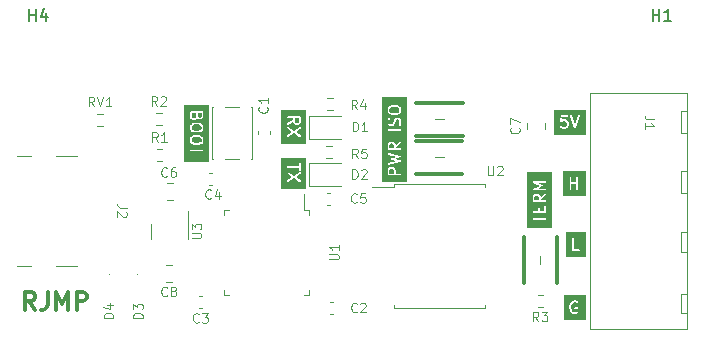
<source format=gbr>
%TF.GenerationSoftware,KiCad,Pcbnew,7.0.0-da2b9df05c~171~ubuntu22.04.1*%
%TF.CreationDate,2023-03-05T16:33:25-08:00*%
%TF.ProjectId,UsbCanAdapter,55736243-616e-4416-9461-707465722e6b,rev?*%
%TF.SameCoordinates,Original*%
%TF.FileFunction,Legend,Top*%
%TF.FilePolarity,Positive*%
%FSLAX46Y46*%
G04 Gerber Fmt 4.6, Leading zero omitted, Abs format (unit mm)*
G04 Created by KiCad (PCBNEW 7.0.0-da2b9df05c~171~ubuntu22.04.1) date 2023-03-05 16:33:25*
%MOMM*%
%LPD*%
G01*
G04 APERTURE LIST*
%ADD10C,0.300000*%
%ADD11C,0.150000*%
%ADD12C,0.100000*%
%ADD13C,0.120000*%
G04 APERTURE END LIST*
D10*
X162364285Y-84113571D02*
X161864285Y-83399285D01*
X161507142Y-84113571D02*
X161507142Y-82613571D01*
X161507142Y-82613571D02*
X162078571Y-82613571D01*
X162078571Y-82613571D02*
X162221428Y-82685000D01*
X162221428Y-82685000D02*
X162292857Y-82756428D01*
X162292857Y-82756428D02*
X162364285Y-82899285D01*
X162364285Y-82899285D02*
X162364285Y-83113571D01*
X162364285Y-83113571D02*
X162292857Y-83256428D01*
X162292857Y-83256428D02*
X162221428Y-83327857D01*
X162221428Y-83327857D02*
X162078571Y-83399285D01*
X162078571Y-83399285D02*
X161507142Y-83399285D01*
X163435714Y-82613571D02*
X163435714Y-83685000D01*
X163435714Y-83685000D02*
X163364285Y-83899285D01*
X163364285Y-83899285D02*
X163221428Y-84042142D01*
X163221428Y-84042142D02*
X163007142Y-84113571D01*
X163007142Y-84113571D02*
X162864285Y-84113571D01*
X164149999Y-84113571D02*
X164149999Y-82613571D01*
X164149999Y-82613571D02*
X164649999Y-83685000D01*
X164649999Y-83685000D02*
X165149999Y-82613571D01*
X165149999Y-82613571D02*
X165149999Y-84113571D01*
X165864285Y-84113571D02*
X165864285Y-82613571D01*
X165864285Y-82613571D02*
X166435714Y-82613571D01*
X166435714Y-82613571D02*
X166578571Y-82685000D01*
X166578571Y-82685000D02*
X166650000Y-82756428D01*
X166650000Y-82756428D02*
X166721428Y-82899285D01*
X166721428Y-82899285D02*
X166721428Y-83113571D01*
X166721428Y-83113571D02*
X166650000Y-83256428D01*
X166650000Y-83256428D02*
X166578571Y-83327857D01*
X166578571Y-83327857D02*
X166435714Y-83399285D01*
X166435714Y-83399285D02*
X165864285Y-83399285D01*
D11*
G36*
X176346418Y-69533436D02*
G01*
X176418360Y-69605378D01*
X176452619Y-69673894D01*
X176452619Y-69828960D01*
X176418360Y-69897478D01*
X176346418Y-69969419D01*
X176185051Y-70009761D01*
X175870186Y-70009761D01*
X175708819Y-69969419D01*
X175636876Y-69897476D01*
X175602619Y-69828961D01*
X175602619Y-69673896D01*
X175636878Y-69605378D01*
X175708819Y-69533436D01*
X175870186Y-69493095D01*
X176185050Y-69493095D01*
X176346418Y-69533436D01*
G37*
G36*
X176346418Y-68485817D02*
G01*
X176418360Y-68557759D01*
X176452619Y-68626275D01*
X176452619Y-68781341D01*
X176418360Y-68849859D01*
X176346418Y-68921800D01*
X176185051Y-68962142D01*
X175870186Y-68962142D01*
X175708819Y-68921800D01*
X175636876Y-68849857D01*
X175602619Y-68781342D01*
X175602619Y-68626277D01*
X175636878Y-68557759D01*
X175708819Y-68485817D01*
X175870186Y-68445476D01*
X176185050Y-68445476D01*
X176346418Y-68485817D01*
G37*
G36*
X175976428Y-67739258D02*
G01*
X175938256Y-67853771D01*
X175911762Y-67880265D01*
X175843247Y-67914523D01*
X175735801Y-67914523D01*
X175667283Y-67880264D01*
X175636876Y-67849857D01*
X175602619Y-67781342D01*
X175602619Y-67493095D01*
X175976428Y-67493095D01*
X175976428Y-67739258D01*
G37*
G36*
X176452619Y-67733722D02*
G01*
X176418360Y-67802239D01*
X176387951Y-67832647D01*
X176319437Y-67866904D01*
X176259610Y-67866904D01*
X176191092Y-67832645D01*
X176160685Y-67802238D01*
X176127070Y-67735007D01*
X176127174Y-67732131D01*
X176126428Y-67730872D01*
X176126428Y-67493095D01*
X176452619Y-67493095D01*
X176452619Y-67733722D01*
G37*
G36*
X177052857Y-71580000D02*
G01*
X174942143Y-71580000D01*
X174942143Y-70667314D01*
X175450249Y-70667314D01*
X175468545Y-70707378D01*
X175505597Y-70731190D01*
X176452619Y-70731190D01*
X176452619Y-70952686D01*
X176461862Y-70984164D01*
X176495148Y-71013006D01*
X176538743Y-71019274D01*
X176578807Y-71000978D01*
X176602619Y-70963926D01*
X176602619Y-70661550D01*
X176604989Y-70645066D01*
X176602619Y-70639876D01*
X176602619Y-70359694D01*
X176593376Y-70328216D01*
X176560090Y-70299374D01*
X176516495Y-70293106D01*
X176476431Y-70311402D01*
X176452619Y-70348454D01*
X176452619Y-70581190D01*
X175516837Y-70581190D01*
X175485359Y-70590433D01*
X175456517Y-70623719D01*
X175450249Y-70667314D01*
X174942143Y-70667314D01*
X174942143Y-69664581D01*
X175449905Y-69664581D01*
X175452619Y-69671125D01*
X175452619Y-69842626D01*
X175450688Y-69860510D01*
X175457544Y-69874223D01*
X175461862Y-69888926D01*
X175467215Y-69893564D01*
X175503950Y-69967033D01*
X175506633Y-69979365D01*
X175521260Y-69993992D01*
X175535322Y-70009110D01*
X175536740Y-70009472D01*
X175616622Y-70089354D01*
X175630921Y-70104562D01*
X175642967Y-70107573D01*
X175653861Y-70113522D01*
X175663890Y-70112804D01*
X175830788Y-70154528D01*
X175838930Y-70159761D01*
X175851718Y-70159761D01*
X175853222Y-70160137D01*
X175862468Y-70159761D01*
X176181942Y-70159761D01*
X176191111Y-70162863D01*
X176203519Y-70159761D01*
X176205067Y-70159761D01*
X176213936Y-70157156D01*
X176401842Y-70110180D01*
X176422222Y-70105747D01*
X176431002Y-70096966D01*
X176441707Y-70090686D01*
X176446251Y-70081717D01*
X176526383Y-70001586D01*
X176537234Y-69995142D01*
X176546484Y-69976640D01*
X176556380Y-69958519D01*
X176556275Y-69957058D01*
X176592897Y-69883814D01*
X176602619Y-69868688D01*
X176602619Y-69853358D01*
X176605333Y-69838275D01*
X176602619Y-69831731D01*
X176602619Y-69660221D01*
X176604549Y-69642346D01*
X176597694Y-69628636D01*
X176593376Y-69613930D01*
X176588021Y-69609290D01*
X176551287Y-69535821D01*
X176548605Y-69523491D01*
X176533987Y-69508873D01*
X176519916Y-69493746D01*
X176518496Y-69493383D01*
X176438604Y-69413491D01*
X176424315Y-69398294D01*
X176412269Y-69395282D01*
X176401375Y-69389334D01*
X176391345Y-69390051D01*
X176224448Y-69348327D01*
X176216307Y-69343095D01*
X176203519Y-69343095D01*
X176202015Y-69342719D01*
X176192769Y-69343095D01*
X175873295Y-69343095D01*
X175864126Y-69339993D01*
X175851718Y-69343095D01*
X175850170Y-69343095D01*
X175841300Y-69345699D01*
X175653397Y-69392675D01*
X175633015Y-69397109D01*
X175624235Y-69405888D01*
X175613529Y-69412170D01*
X175608983Y-69421140D01*
X175528853Y-69501270D01*
X175518004Y-69507714D01*
X175508753Y-69526214D01*
X175498858Y-69544337D01*
X175498962Y-69545797D01*
X175462342Y-69619038D01*
X175452619Y-69634168D01*
X175452619Y-69649498D01*
X175449905Y-69664581D01*
X174942143Y-69664581D01*
X174942143Y-68616962D01*
X175449905Y-68616962D01*
X175452619Y-68623506D01*
X175452619Y-68795007D01*
X175450688Y-68812891D01*
X175457544Y-68826604D01*
X175461862Y-68841307D01*
X175467215Y-68845945D01*
X175503950Y-68919414D01*
X175506633Y-68931746D01*
X175521260Y-68946373D01*
X175535322Y-68961491D01*
X175536740Y-68961853D01*
X175616622Y-69041735D01*
X175630921Y-69056943D01*
X175642967Y-69059954D01*
X175653861Y-69065903D01*
X175663890Y-69065185D01*
X175830788Y-69106909D01*
X175838930Y-69112142D01*
X175851718Y-69112142D01*
X175853222Y-69112518D01*
X175862468Y-69112142D01*
X176181942Y-69112142D01*
X176191111Y-69115244D01*
X176203519Y-69112142D01*
X176205067Y-69112142D01*
X176213936Y-69109537D01*
X176401842Y-69062561D01*
X176422222Y-69058128D01*
X176431002Y-69049347D01*
X176441707Y-69043067D01*
X176446251Y-69034098D01*
X176526383Y-68953967D01*
X176537234Y-68947523D01*
X176546484Y-68929021D01*
X176556380Y-68910900D01*
X176556275Y-68909439D01*
X176592897Y-68836195D01*
X176602619Y-68821069D01*
X176602619Y-68805739D01*
X176605333Y-68790656D01*
X176602619Y-68784112D01*
X176602619Y-68612602D01*
X176604549Y-68594727D01*
X176597694Y-68581017D01*
X176593376Y-68566311D01*
X176588021Y-68561671D01*
X176551287Y-68488202D01*
X176548605Y-68475872D01*
X176533987Y-68461254D01*
X176519916Y-68446127D01*
X176518496Y-68445764D01*
X176438604Y-68365872D01*
X176424315Y-68350675D01*
X176412269Y-68347663D01*
X176401375Y-68341715D01*
X176391345Y-68342432D01*
X176224448Y-68300708D01*
X176216307Y-68295476D01*
X176203519Y-68295476D01*
X176202015Y-68295100D01*
X176192769Y-68295476D01*
X175873295Y-68295476D01*
X175864126Y-68292374D01*
X175851718Y-68295476D01*
X175850170Y-68295476D01*
X175841300Y-68298080D01*
X175653397Y-68345056D01*
X175633015Y-68349490D01*
X175624235Y-68358269D01*
X175613529Y-68364551D01*
X175608983Y-68373521D01*
X175528853Y-68453651D01*
X175518004Y-68460095D01*
X175508753Y-68478595D01*
X175498858Y-68496718D01*
X175498962Y-68498178D01*
X175462342Y-68571419D01*
X175452619Y-68586549D01*
X175452619Y-68601879D01*
X175449905Y-68616962D01*
X174942143Y-68616962D01*
X174942143Y-67429219D01*
X175450249Y-67429219D01*
X175452619Y-67434409D01*
X175452619Y-67795007D01*
X175450688Y-67812891D01*
X175457544Y-67826604D01*
X175461862Y-67841307D01*
X175467215Y-67845945D01*
X175503950Y-67919414D01*
X175506633Y-67931746D01*
X175521260Y-67946373D01*
X175535322Y-67961491D01*
X175536740Y-67961853D01*
X175563175Y-67988288D01*
X175569619Y-67999138D01*
X175588128Y-68008392D01*
X175606242Y-68018283D01*
X175607700Y-68018178D01*
X175680946Y-68054801D01*
X175696073Y-68064523D01*
X175711403Y-68064523D01*
X175726486Y-68067237D01*
X175733030Y-68064523D01*
X175856912Y-68064523D01*
X175874796Y-68066454D01*
X175888509Y-68059597D01*
X175903212Y-68055280D01*
X175907850Y-68049926D01*
X175981319Y-68013191D01*
X175993651Y-68010509D01*
X176008278Y-67995881D01*
X176023396Y-67981820D01*
X176023758Y-67980401D01*
X176053987Y-67950172D01*
X176067996Y-67938894D01*
X176072299Y-67925984D01*
X176086984Y-67940669D01*
X176093428Y-67951519D01*
X176111937Y-67960773D01*
X176130051Y-67970664D01*
X176131509Y-67970559D01*
X176204755Y-68007182D01*
X176219882Y-68016904D01*
X176235212Y-68016904D01*
X176250295Y-68019618D01*
X176256839Y-68016904D01*
X176333102Y-68016904D01*
X176350986Y-68018835D01*
X176364699Y-68011978D01*
X176379402Y-68007661D01*
X176384040Y-68002307D01*
X176457509Y-67965572D01*
X176469840Y-67962890D01*
X176484460Y-67948270D01*
X176499586Y-67934201D01*
X176499948Y-67932782D01*
X176526383Y-67906348D01*
X176537234Y-67899904D01*
X176546489Y-67881392D01*
X176556379Y-67863282D01*
X176556274Y-67861822D01*
X176592897Y-67788576D01*
X176602619Y-67773450D01*
X176602619Y-67758120D01*
X176605333Y-67743037D01*
X176602619Y-67736493D01*
X176602619Y-67423455D01*
X176604989Y-67406971D01*
X176598069Y-67391818D01*
X176593376Y-67375835D01*
X176589063Y-67372098D01*
X176586693Y-67366907D01*
X176572676Y-67357899D01*
X176560090Y-67346993D01*
X176554443Y-67346181D01*
X176549641Y-67343095D01*
X176532979Y-67343095D01*
X176516495Y-67340725D01*
X176511305Y-67343095D01*
X176056788Y-67343095D01*
X176040304Y-67340725D01*
X176035114Y-67343095D01*
X175532979Y-67343095D01*
X175516495Y-67340725D01*
X175501342Y-67347644D01*
X175485359Y-67352338D01*
X175481622Y-67356650D01*
X175476431Y-67359021D01*
X175467423Y-67373037D01*
X175456517Y-67385624D01*
X175455705Y-67391270D01*
X175452619Y-67396073D01*
X175452619Y-67412735D01*
X175450249Y-67429219D01*
X174942143Y-67429219D01*
X174942143Y-66812143D01*
X177052857Y-66812143D01*
X177052857Y-71580000D01*
G37*
G36*
X185292857Y-73897143D02*
G01*
X183182143Y-73897143D01*
X183182143Y-72554585D01*
X183690072Y-72554585D01*
X183707693Y-72594950D01*
X184132410Y-72878095D01*
X183717045Y-73155005D01*
X183695981Y-73180156D01*
X183690447Y-73223851D01*
X183709414Y-73263601D01*
X183746860Y-73286787D01*
X183790898Y-73286047D01*
X184267618Y-72968233D01*
X184734988Y-73279813D01*
X184766306Y-73289583D01*
X184808768Y-73277886D01*
X184838165Y-73245089D01*
X184845165Y-73201605D01*
X184827545Y-73161240D01*
X184402827Y-72878094D01*
X184818193Y-72601185D01*
X184839257Y-72576034D01*
X184844791Y-72532339D01*
X184825824Y-72492589D01*
X184788378Y-72469403D01*
X184744340Y-72470143D01*
X184267619Y-72787956D01*
X183800250Y-72476377D01*
X183768932Y-72466607D01*
X183726470Y-72478304D01*
X183697073Y-72511101D01*
X183690072Y-72554585D01*
X183182143Y-72554585D01*
X183182143Y-72032076D01*
X183690249Y-72032076D01*
X183708545Y-72072140D01*
X183745597Y-72095952D01*
X184692619Y-72095952D01*
X184692619Y-72317448D01*
X184701862Y-72348926D01*
X184735148Y-72377768D01*
X184778743Y-72384036D01*
X184818807Y-72365740D01*
X184842619Y-72328688D01*
X184842619Y-72026312D01*
X184844989Y-72009828D01*
X184842619Y-72004638D01*
X184842619Y-71724456D01*
X184833376Y-71692978D01*
X184800090Y-71664136D01*
X184756495Y-71657868D01*
X184716431Y-71676164D01*
X184692619Y-71713216D01*
X184692619Y-71945952D01*
X183756837Y-71945952D01*
X183725359Y-71955195D01*
X183696517Y-71988481D01*
X183690249Y-72032076D01*
X183182143Y-72032076D01*
X183182143Y-71272143D01*
X185292857Y-71272143D01*
X185292857Y-73897143D01*
G37*
G36*
X184692619Y-68191341D02*
G01*
X184658360Y-68259858D01*
X184627951Y-68290266D01*
X184559437Y-68324523D01*
X184451991Y-68324523D01*
X184383473Y-68290264D01*
X184353066Y-68259857D01*
X184318809Y-68191342D01*
X184318809Y-68070062D01*
X184320679Y-68052017D01*
X184318809Y-68048317D01*
X184318809Y-67903095D01*
X184692619Y-67903095D01*
X184692619Y-68191341D01*
G37*
G36*
X185292857Y-70085238D02*
G01*
X183182143Y-70085238D01*
X183182143Y-68742680D01*
X183690072Y-68742680D01*
X183707693Y-68783045D01*
X184132410Y-69066190D01*
X183717045Y-69343100D01*
X183695981Y-69368251D01*
X183690447Y-69411946D01*
X183709414Y-69451696D01*
X183746860Y-69474882D01*
X183790898Y-69474142D01*
X184267618Y-69156328D01*
X184734988Y-69467908D01*
X184766306Y-69477678D01*
X184808768Y-69465981D01*
X184838165Y-69433184D01*
X184845165Y-69389700D01*
X184827545Y-69349335D01*
X184402827Y-69066189D01*
X184818193Y-68789280D01*
X184839257Y-68764129D01*
X184844791Y-68720434D01*
X184825824Y-68680684D01*
X184788378Y-68657498D01*
X184744340Y-68658238D01*
X184267619Y-68976051D01*
X183800250Y-68664472D01*
X183768932Y-68654702D01*
X183726470Y-68666399D01*
X183697073Y-68699196D01*
X183690072Y-68742680D01*
X183182143Y-68742680D01*
X183182143Y-67839219D01*
X183690249Y-67839219D01*
X183708545Y-67879283D01*
X183745597Y-67903095D01*
X184168809Y-67903095D01*
X184168809Y-68027141D01*
X183715776Y-68344264D01*
X183695289Y-68369887D01*
X183690749Y-68413696D01*
X183710614Y-68453005D01*
X183748578Y-68475335D01*
X183792588Y-68473594D01*
X184168197Y-68210666D01*
X184166878Y-68222891D01*
X184173734Y-68236604D01*
X184178052Y-68251307D01*
X184183405Y-68255945D01*
X184220140Y-68329414D01*
X184222823Y-68341746D01*
X184237450Y-68356373D01*
X184251512Y-68371491D01*
X184252930Y-68371853D01*
X184279365Y-68398288D01*
X184285809Y-68409138D01*
X184304318Y-68418392D01*
X184322432Y-68428283D01*
X184323890Y-68428178D01*
X184397136Y-68464801D01*
X184412263Y-68474523D01*
X184427593Y-68474523D01*
X184442676Y-68477237D01*
X184449220Y-68474523D01*
X184573102Y-68474523D01*
X184590986Y-68476454D01*
X184604699Y-68469597D01*
X184619402Y-68465280D01*
X184624040Y-68459926D01*
X184697509Y-68423191D01*
X184709840Y-68420509D01*
X184724460Y-68405889D01*
X184739586Y-68391820D01*
X184739948Y-68390401D01*
X184766383Y-68363967D01*
X184777234Y-68357523D01*
X184786489Y-68339011D01*
X184796379Y-68320901D01*
X184796274Y-68319441D01*
X184832897Y-68246195D01*
X184842619Y-68231069D01*
X184842619Y-68215739D01*
X184845333Y-68200656D01*
X184842619Y-68194112D01*
X184842619Y-67833455D01*
X184844989Y-67816971D01*
X184838069Y-67801818D01*
X184833376Y-67785835D01*
X184829063Y-67782098D01*
X184826693Y-67776907D01*
X184812676Y-67767899D01*
X184800090Y-67756993D01*
X184794443Y-67756181D01*
X184789641Y-67753095D01*
X184772979Y-67753095D01*
X184756495Y-67750725D01*
X184751305Y-67753095D01*
X184249169Y-67753095D01*
X184232685Y-67750725D01*
X184227495Y-67753095D01*
X183756837Y-67753095D01*
X183725359Y-67762338D01*
X183696517Y-67795624D01*
X183690249Y-67839219D01*
X183182143Y-67839219D01*
X183182143Y-67222143D01*
X185292857Y-67222143D01*
X185292857Y-70085238D01*
G37*
G36*
X209032381Y-69297857D02*
G01*
X206312143Y-69297857D01*
X206312143Y-68611566D01*
X206792509Y-68611566D01*
X206801871Y-68654603D01*
X206858413Y-68711145D01*
X206864857Y-68721995D01*
X206883366Y-68731249D01*
X206901480Y-68741140D01*
X206902938Y-68741035D01*
X206976184Y-68777658D01*
X206991311Y-68787380D01*
X207006641Y-68787380D01*
X207021724Y-68790094D01*
X207028268Y-68787380D01*
X207247388Y-68787380D01*
X207265272Y-68789311D01*
X207278985Y-68782454D01*
X207293688Y-68778137D01*
X207298326Y-68772783D01*
X207371795Y-68736048D01*
X207384127Y-68733366D01*
X207398754Y-68718738D01*
X207413872Y-68704677D01*
X207414234Y-68703258D01*
X207440669Y-68676823D01*
X207451519Y-68670380D01*
X207460773Y-68651870D01*
X207470664Y-68633757D01*
X207470559Y-68632298D01*
X207507182Y-68559052D01*
X207516904Y-68543926D01*
X207516904Y-68528596D01*
X207519618Y-68513513D01*
X207516904Y-68506969D01*
X207516904Y-68287840D01*
X207518834Y-68269965D01*
X207511979Y-68256255D01*
X207507661Y-68241549D01*
X207502306Y-68236909D01*
X207465572Y-68163440D01*
X207462890Y-68151110D01*
X207448270Y-68136490D01*
X207434201Y-68121365D01*
X207432782Y-68121002D01*
X207406347Y-68094567D01*
X207399904Y-68083718D01*
X207381403Y-68074467D01*
X207363281Y-68064572D01*
X207361820Y-68064676D01*
X207288579Y-68028056D01*
X207273450Y-68018333D01*
X207258120Y-68018333D01*
X207243037Y-68015619D01*
X207236493Y-68018333D01*
X207017364Y-68018333D01*
X206999489Y-68016403D01*
X206985779Y-68023257D01*
X206971073Y-68027576D01*
X206966433Y-68032930D01*
X206961150Y-68035572D01*
X206985969Y-67787380D01*
X207405067Y-67787380D01*
X207436545Y-67778137D01*
X207465387Y-67744851D01*
X207469649Y-67715205D01*
X207649504Y-67715205D01*
X207985511Y-68723229D01*
X207985206Y-68731677D01*
X207992338Y-68743710D01*
X207993210Y-68746325D01*
X207997818Y-68752956D01*
X208007663Y-68769565D01*
X208010269Y-68770871D01*
X208011933Y-68773265D01*
X208029775Y-68780645D01*
X208047039Y-68789297D01*
X208049938Y-68788986D01*
X208052632Y-68790101D01*
X208071619Y-68786666D01*
X208090832Y-68784610D01*
X208093105Y-68782779D01*
X208095972Y-68782261D01*
X208110090Y-68769104D01*
X208125139Y-68756989D01*
X208126061Y-68754222D01*
X208128194Y-68752235D01*
X208132960Y-68733524D01*
X208468846Y-67725869D01*
X208470031Y-67693083D01*
X208447574Y-67655195D01*
X208408198Y-67635463D01*
X208364404Y-67640151D01*
X208330098Y-67667771D01*
X208060952Y-68475208D01*
X207795361Y-67678434D01*
X207776638Y-67651494D01*
X207735939Y-67634658D01*
X207692599Y-67642498D01*
X207660377Y-67672525D01*
X207649504Y-67715205D01*
X207469649Y-67715205D01*
X207471655Y-67701256D01*
X207453359Y-67661192D01*
X207416307Y-67637380D01*
X206927230Y-67637380D01*
X206914725Y-67634287D01*
X206895413Y-67640873D01*
X206875835Y-67646623D01*
X206874691Y-67647942D01*
X206873039Y-67648506D01*
X206860347Y-67664497D01*
X206846993Y-67679909D01*
X206846744Y-67681635D01*
X206845658Y-67683005D01*
X206843625Y-67703331D01*
X206840725Y-67723504D01*
X206841449Y-67725090D01*
X206797361Y-68165976D01*
X206794096Y-68171956D01*
X206795208Y-68187503D01*
X206794775Y-68191837D01*
X206795974Y-68198213D01*
X206797239Y-68215887D01*
X206799990Y-68219562D01*
X206800840Y-68224078D01*
X206813013Y-68236959D01*
X206823633Y-68251146D01*
X206827936Y-68252751D01*
X206831091Y-68256089D01*
X206848292Y-68260343D01*
X206864900Y-68266538D01*
X206869388Y-68265561D01*
X206873846Y-68266664D01*
X206890615Y-68260944D01*
X206907937Y-68257176D01*
X206911185Y-68253927D01*
X206915532Y-68252445D01*
X206926549Y-68238563D01*
X206962521Y-68202591D01*
X207031037Y-68168333D01*
X207233722Y-68168333D01*
X207302240Y-68202592D01*
X207332645Y-68232997D01*
X207366904Y-68301513D01*
X207366904Y-68504198D01*
X207332645Y-68572715D01*
X207302238Y-68603122D01*
X207233723Y-68637380D01*
X207031039Y-68637380D01*
X206962521Y-68603121D01*
X206915885Y-68556485D01*
X206887091Y-68540762D01*
X206843160Y-68543905D01*
X206807901Y-68570299D01*
X206792509Y-68611566D01*
X206312143Y-68611566D01*
X206312143Y-67187143D01*
X209032381Y-67187143D01*
X209032381Y-69297857D01*
G37*
G36*
X209012857Y-85007857D02*
G01*
X207102143Y-85007857D01*
X207102143Y-83990635D01*
X207582374Y-83990635D01*
X207585476Y-84003043D01*
X207585476Y-84004591D01*
X207588080Y-84013460D01*
X207632094Y-84189515D01*
X207631164Y-84198129D01*
X207637330Y-84210462D01*
X207637949Y-84212935D01*
X207642131Y-84220062D01*
X207684426Y-84304652D01*
X207687109Y-84316984D01*
X207701736Y-84331611D01*
X207715798Y-84346729D01*
X207717216Y-84347091D01*
X207795064Y-84424939D01*
X207806343Y-84438948D01*
X207820884Y-84443795D01*
X207834337Y-84451141D01*
X207841404Y-84450635D01*
X207961172Y-84490558D01*
X207971787Y-84497380D01*
X207992466Y-84497380D01*
X208013106Y-84498126D01*
X208014365Y-84497380D01*
X208079645Y-84497380D01*
X208091872Y-84500495D01*
X208111484Y-84493957D01*
X208131307Y-84488137D01*
X208132265Y-84487030D01*
X208251791Y-84447188D01*
X208269365Y-84443366D01*
X208280205Y-84432525D01*
X208292789Y-84423780D01*
X208295496Y-84417234D01*
X208322988Y-84389742D01*
X208330711Y-84386216D01*
X208338257Y-84374473D01*
X208340180Y-84372551D01*
X208344061Y-84365442D01*
X208354523Y-84349164D01*
X208354523Y-84346283D01*
X208355902Y-84343757D01*
X208354523Y-84324476D01*
X208354523Y-83999169D01*
X208356893Y-83982685D01*
X208349973Y-83967532D01*
X208345280Y-83951549D01*
X208340967Y-83947812D01*
X208338597Y-83942621D01*
X208324580Y-83933613D01*
X208311994Y-83922707D01*
X208306347Y-83921895D01*
X208301545Y-83918809D01*
X208284883Y-83918809D01*
X208268399Y-83916439D01*
X208263209Y-83918809D01*
X208078265Y-83918809D01*
X208046787Y-83928052D01*
X208017945Y-83961338D01*
X208011677Y-84004933D01*
X208029973Y-84044997D01*
X208067025Y-84068809D01*
X208204523Y-84068809D01*
X208204523Y-84296076D01*
X208191390Y-84309208D01*
X208076875Y-84347380D01*
X208005979Y-84347380D01*
X207891465Y-84309208D01*
X207817352Y-84235095D01*
X207778859Y-84158109D01*
X207735476Y-83984575D01*
X207735476Y-83860187D01*
X207778859Y-83686653D01*
X207817354Y-83609664D01*
X207891466Y-83535551D01*
X208005979Y-83497380D01*
X208118960Y-83497380D01*
X208208006Y-83541904D01*
X208240295Y-83547714D01*
X208280978Y-83530841D01*
X208306081Y-83494652D01*
X208307634Y-83450635D01*
X208285143Y-83412767D01*
X208173815Y-83357101D01*
X208158688Y-83347380D01*
X208143359Y-83347380D01*
X208128276Y-83344666D01*
X208121732Y-83347380D01*
X208003211Y-83347380D01*
X207990984Y-83344265D01*
X207971376Y-83350800D01*
X207951549Y-83356623D01*
X207950589Y-83357730D01*
X207831069Y-83397571D01*
X207813491Y-83401395D01*
X207802649Y-83412236D01*
X207790066Y-83420982D01*
X207787358Y-83427527D01*
X207709329Y-83505556D01*
X207698480Y-83512000D01*
X207689229Y-83530500D01*
X207679334Y-83548623D01*
X207679438Y-83550083D01*
X207646986Y-83614987D01*
X207640675Y-83620922D01*
X207637330Y-83634299D01*
X207636191Y-83636579D01*
X207634727Y-83644711D01*
X207590708Y-83820788D01*
X207585476Y-83828930D01*
X207585476Y-83841718D01*
X207585100Y-83843222D01*
X207585476Y-83852468D01*
X207585476Y-83981466D01*
X207582374Y-83990635D01*
X207102143Y-83990635D01*
X207102143Y-82897143D01*
X209012857Y-82897143D01*
X209012857Y-85007857D01*
G37*
G36*
X209022381Y-79677857D02*
G01*
X207302143Y-79677857D01*
X207302143Y-79103504D01*
X207830725Y-79103504D01*
X207837644Y-79118656D01*
X207842338Y-79134640D01*
X207846650Y-79138376D01*
X207849021Y-79143568D01*
X207863037Y-79152575D01*
X207875624Y-79163482D01*
X207881270Y-79164293D01*
X207886073Y-79167380D01*
X207902735Y-79167380D01*
X207919219Y-79169750D01*
X207924409Y-79167380D01*
X208395067Y-79167380D01*
X208426545Y-79158137D01*
X208455387Y-79124851D01*
X208461655Y-79081256D01*
X208443359Y-79041192D01*
X208406307Y-79017380D01*
X207983095Y-79017380D01*
X207983095Y-78081598D01*
X207973852Y-78050120D01*
X207940566Y-78021278D01*
X207896971Y-78015010D01*
X207856907Y-78033306D01*
X207833095Y-78070358D01*
X207833095Y-79087020D01*
X207830725Y-79103504D01*
X207302143Y-79103504D01*
X207302143Y-77567143D01*
X209022381Y-77567143D01*
X209022381Y-79677857D01*
G37*
G36*
X209030476Y-74517857D02*
G01*
X207072143Y-74517857D01*
X207072143Y-73419695D01*
X207600725Y-73419695D01*
X207603095Y-73424885D01*
X207603095Y-73943162D01*
X207612338Y-73974640D01*
X207645624Y-74003482D01*
X207689219Y-74009750D01*
X207729283Y-73991454D01*
X207753095Y-73954402D01*
X207753095Y-73483571D01*
X208174523Y-73483571D01*
X208174523Y-73943162D01*
X208183766Y-73974640D01*
X208217052Y-74003482D01*
X208260647Y-74009750D01*
X208300711Y-73991454D01*
X208324523Y-73954402D01*
X208324523Y-73413931D01*
X208326893Y-73397447D01*
X208324523Y-73392257D01*
X208324523Y-72921598D01*
X208315280Y-72890120D01*
X208281994Y-72861278D01*
X208238399Y-72855010D01*
X208198335Y-72873306D01*
X208174523Y-72910358D01*
X208174523Y-73333571D01*
X207753095Y-73333571D01*
X207753095Y-72921598D01*
X207743852Y-72890120D01*
X207710566Y-72861278D01*
X207666971Y-72855010D01*
X207626907Y-72873306D01*
X207603095Y-72910358D01*
X207603095Y-73403211D01*
X207600725Y-73419695D01*
X207072143Y-73419695D01*
X207072143Y-72407143D01*
X209030476Y-72407143D01*
X209030476Y-74517857D01*
G37*
G36*
X204936526Y-74493068D02*
G01*
X204966931Y-74523473D01*
X205001190Y-74591989D01*
X205001190Y-74713270D01*
X204999320Y-74731315D01*
X205001190Y-74735015D01*
X205001190Y-74880237D01*
X204627380Y-74880237D01*
X204627380Y-74591991D01*
X204661639Y-74523473D01*
X204692045Y-74493067D01*
X204760561Y-74458809D01*
X204868008Y-74458809D01*
X204936526Y-74493068D01*
G37*
G36*
X206137857Y-77227857D02*
G01*
X204027143Y-77227857D01*
X204027143Y-76490171D01*
X204475010Y-76490171D01*
X204477380Y-76495361D01*
X204477380Y-76775543D01*
X204486623Y-76807021D01*
X204519909Y-76835863D01*
X204563504Y-76842131D01*
X204603568Y-76823835D01*
X204627380Y-76786783D01*
X204627380Y-76554047D01*
X205563162Y-76554047D01*
X205594640Y-76544804D01*
X205623482Y-76511518D01*
X205629750Y-76467923D01*
X205611454Y-76427859D01*
X205574402Y-76404047D01*
X204627380Y-76404047D01*
X204627380Y-76182551D01*
X204618137Y-76151073D01*
X204584851Y-76122231D01*
X204541256Y-76115963D01*
X204501192Y-76134259D01*
X204477380Y-76171311D01*
X204477380Y-76473687D01*
X204475010Y-76490171D01*
X204027143Y-76490171D01*
X204027143Y-75871123D01*
X204475010Y-75871123D01*
X204481929Y-75886275D01*
X204486623Y-75902259D01*
X204490935Y-75905995D01*
X204493306Y-75911187D01*
X204507322Y-75920194D01*
X204519909Y-75931101D01*
X204525555Y-75931912D01*
X204530358Y-75934999D01*
X204547020Y-75934999D01*
X204563504Y-75937369D01*
X204568694Y-75934999D01*
X205023211Y-75934999D01*
X205039695Y-75937369D01*
X205044885Y-75934999D01*
X205547020Y-75934999D01*
X205563504Y-75937369D01*
X205578656Y-75930449D01*
X205594640Y-75925756D01*
X205598376Y-75921443D01*
X205603568Y-75919073D01*
X205612575Y-75905056D01*
X205623482Y-75892470D01*
X205624293Y-75886823D01*
X205627380Y-75882021D01*
X205627380Y-75865359D01*
X205629750Y-75848875D01*
X205627380Y-75843685D01*
X205627380Y-75373027D01*
X205618137Y-75341549D01*
X205584851Y-75312707D01*
X205541256Y-75306439D01*
X205501192Y-75324735D01*
X205477380Y-75361787D01*
X205477380Y-75784999D01*
X205103571Y-75784999D01*
X205103571Y-75515884D01*
X205094328Y-75484406D01*
X205061042Y-75455564D01*
X205017447Y-75449296D01*
X204977383Y-75467592D01*
X204953571Y-75504644D01*
X204953571Y-75784999D01*
X204627380Y-75784999D01*
X204627380Y-75373027D01*
X204618137Y-75341549D01*
X204584851Y-75312707D01*
X204541256Y-75306439D01*
X204501192Y-75324735D01*
X204477380Y-75361787D01*
X204477380Y-75854639D01*
X204475010Y-75871123D01*
X204027143Y-75871123D01*
X204027143Y-74582675D01*
X204474666Y-74582675D01*
X204477380Y-74589219D01*
X204477380Y-74949877D01*
X204475010Y-74966361D01*
X204481929Y-74981513D01*
X204486623Y-74997497D01*
X204490935Y-75001233D01*
X204493306Y-75006425D01*
X204507322Y-75015432D01*
X204519909Y-75026339D01*
X204525555Y-75027150D01*
X204530358Y-75030237D01*
X204547020Y-75030237D01*
X204563504Y-75032607D01*
X204568694Y-75030237D01*
X205070830Y-75030237D01*
X205087314Y-75032607D01*
X205092504Y-75030237D01*
X205563162Y-75030237D01*
X205594640Y-75020994D01*
X205623482Y-74987708D01*
X205629750Y-74944113D01*
X205611454Y-74904049D01*
X205574402Y-74880237D01*
X205151190Y-74880237D01*
X205151190Y-74756191D01*
X205604223Y-74439068D01*
X205624710Y-74413445D01*
X205629250Y-74369636D01*
X205609385Y-74330327D01*
X205571421Y-74307997D01*
X205527411Y-74309738D01*
X205151800Y-74572665D01*
X205153120Y-74560441D01*
X205146265Y-74546731D01*
X205141947Y-74532025D01*
X205136592Y-74527385D01*
X205099858Y-74453916D01*
X205097176Y-74441586D01*
X205082556Y-74426966D01*
X205068487Y-74411841D01*
X205067068Y-74411478D01*
X205040633Y-74385043D01*
X205034190Y-74374194D01*
X205015689Y-74364943D01*
X204997567Y-74355048D01*
X204996106Y-74355152D01*
X204922865Y-74318532D01*
X204907736Y-74308809D01*
X204892406Y-74308809D01*
X204877323Y-74306095D01*
X204870779Y-74308809D01*
X204746888Y-74308809D01*
X204729013Y-74306879D01*
X204715303Y-74313733D01*
X204700597Y-74318052D01*
X204695957Y-74323406D01*
X204622488Y-74360140D01*
X204610158Y-74362823D01*
X204595538Y-74377442D01*
X204580413Y-74391512D01*
X204580050Y-74392930D01*
X204553617Y-74419363D01*
X204542767Y-74425808D01*
X204533518Y-74444304D01*
X204523620Y-74462432D01*
X204523724Y-74463892D01*
X204487101Y-74537135D01*
X204477380Y-74552263D01*
X204477380Y-74567592D01*
X204474666Y-74582675D01*
X204027143Y-74582675D01*
X204027143Y-73955880D01*
X204474217Y-73955880D01*
X204475776Y-73961032D01*
X204475010Y-73966361D01*
X204482059Y-73981797D01*
X204486973Y-73998036D01*
X204491069Y-74001526D01*
X204493306Y-74006425D01*
X204507583Y-74015600D01*
X204520495Y-74026604D01*
X204525828Y-74027326D01*
X204530358Y-74030237D01*
X204547324Y-74030237D01*
X204564140Y-74032514D01*
X204569019Y-74030237D01*
X205563162Y-74030237D01*
X205594640Y-74020994D01*
X205623482Y-73987708D01*
X205629750Y-73944113D01*
X205611454Y-73904049D01*
X205574402Y-73880237D01*
X204890448Y-73880237D01*
X205297833Y-73690123D01*
X205317366Y-73681397D01*
X205323864Y-73671466D01*
X205332769Y-73663621D01*
X205335673Y-73653418D01*
X205341482Y-73644542D01*
X205341579Y-73632673D01*
X205344829Y-73621261D01*
X205341757Y-73611109D01*
X205341845Y-73600500D01*
X205335510Y-73590462D01*
X205332074Y-73579105D01*
X205324001Y-73572225D01*
X205318339Y-73563253D01*
X205307583Y-73558233D01*
X205298552Y-73550537D01*
X205288040Y-73549113D01*
X204890448Y-73363571D01*
X205563162Y-73363571D01*
X205594640Y-73354328D01*
X205623482Y-73321042D01*
X205629750Y-73277447D01*
X205611454Y-73237383D01*
X205574402Y-73213571D01*
X204558050Y-73213571D01*
X204541892Y-73211112D01*
X204526399Y-73218033D01*
X204510120Y-73222814D01*
X204506595Y-73226882D01*
X204501680Y-73229078D01*
X204492388Y-73243277D01*
X204481278Y-73256100D01*
X204480511Y-73261427D01*
X204477564Y-73265933D01*
X204477424Y-73282904D01*
X204475010Y-73299695D01*
X204477245Y-73304589D01*
X204477201Y-73309975D01*
X204486258Y-73324326D01*
X204493306Y-73339759D01*
X204497834Y-73342669D01*
X204500708Y-73347222D01*
X204516083Y-73354397D01*
X204530358Y-73363571D01*
X204535742Y-73363571D01*
X205089312Y-73621903D01*
X204525803Y-73884874D01*
X204510120Y-73889480D01*
X204499009Y-73902302D01*
X204486277Y-73913520D01*
X204484802Y-73918698D01*
X204481278Y-73922766D01*
X204478863Y-73939559D01*
X204474217Y-73955880D01*
X204027143Y-73955880D01*
X204027143Y-72507619D01*
X206137857Y-72507619D01*
X206137857Y-77227857D01*
G37*
G36*
X192656526Y-72219735D02*
G01*
X192686931Y-72250140D01*
X192721190Y-72318656D01*
X192721190Y-72606904D01*
X192347380Y-72606904D01*
X192347380Y-72318658D01*
X192381639Y-72250140D01*
X192412045Y-72219734D01*
X192480561Y-72185476D01*
X192588008Y-72185476D01*
X192656526Y-72219735D01*
G37*
G36*
X192656526Y-70076878D02*
G01*
X192686931Y-70107283D01*
X192721190Y-70175799D01*
X192721190Y-70297080D01*
X192719320Y-70315125D01*
X192721190Y-70318825D01*
X192721190Y-70464047D01*
X192347380Y-70464047D01*
X192347380Y-70175801D01*
X192381639Y-70107283D01*
X192412045Y-70076877D01*
X192480561Y-70042619D01*
X192588008Y-70042619D01*
X192656526Y-70076878D01*
G37*
G36*
X193091179Y-67006770D02*
G01*
X193163121Y-67078712D01*
X193197380Y-67147228D01*
X193197380Y-67302294D01*
X193163121Y-67370811D01*
X193091179Y-67442753D01*
X192929813Y-67483095D01*
X192614948Y-67483095D01*
X192453581Y-67442753D01*
X192381639Y-67370811D01*
X192347380Y-67302294D01*
X192347380Y-67147230D01*
X192381639Y-67078712D01*
X192453581Y-67006770D01*
X192614948Y-66966429D01*
X192929812Y-66966429D01*
X193091179Y-67006770D01*
G37*
G36*
X193857857Y-73287857D02*
G01*
X191747143Y-73287857D01*
X191747143Y-72309342D01*
X192194666Y-72309342D01*
X192197380Y-72315886D01*
X192197380Y-72676544D01*
X192195010Y-72693028D01*
X192201929Y-72708180D01*
X192206623Y-72724164D01*
X192210935Y-72727900D01*
X192213306Y-72733092D01*
X192227322Y-72742099D01*
X192239909Y-72753006D01*
X192245555Y-72753817D01*
X192250358Y-72756904D01*
X192267020Y-72756904D01*
X192283504Y-72759274D01*
X192288694Y-72756904D01*
X192790830Y-72756904D01*
X192807314Y-72759274D01*
X192812504Y-72756904D01*
X193283162Y-72756904D01*
X193314640Y-72747661D01*
X193343482Y-72714375D01*
X193349750Y-72670780D01*
X193331454Y-72630716D01*
X193294402Y-72606904D01*
X192871190Y-72606904D01*
X192871190Y-72304983D01*
X192873120Y-72287108D01*
X192866265Y-72273398D01*
X192861947Y-72258692D01*
X192856592Y-72254052D01*
X192819858Y-72180583D01*
X192817176Y-72168253D01*
X192802556Y-72153633D01*
X192788487Y-72138508D01*
X192787068Y-72138145D01*
X192760633Y-72111710D01*
X192754190Y-72100861D01*
X192735689Y-72091610D01*
X192717567Y-72081715D01*
X192716106Y-72081819D01*
X192642865Y-72045199D01*
X192627736Y-72035476D01*
X192612406Y-72035476D01*
X192597323Y-72032762D01*
X192590779Y-72035476D01*
X192466888Y-72035476D01*
X192449013Y-72033546D01*
X192435303Y-72040400D01*
X192420597Y-72044719D01*
X192415957Y-72050073D01*
X192342488Y-72086807D01*
X192330158Y-72089490D01*
X192315538Y-72104109D01*
X192300413Y-72118179D01*
X192300050Y-72119597D01*
X192273617Y-72146030D01*
X192262767Y-72152475D01*
X192253518Y-72170971D01*
X192243620Y-72189099D01*
X192243724Y-72190559D01*
X192207101Y-72263802D01*
X192197380Y-72278930D01*
X192197380Y-72294259D01*
X192194666Y-72309342D01*
X191747143Y-72309342D01*
X191747143Y-70912901D01*
X192194537Y-70912901D01*
X192203056Y-70956113D01*
X192233585Y-70987860D01*
X192965863Y-71162211D01*
X192547343Y-71273816D01*
X192534205Y-71274145D01*
X192517535Y-71285456D01*
X192500319Y-71295923D01*
X192499433Y-71297740D01*
X192497760Y-71298876D01*
X192489849Y-71317409D01*
X192481027Y-71335517D01*
X192481264Y-71337524D01*
X192480471Y-71339384D01*
X192483837Y-71359257D01*
X192486204Y-71379255D01*
X192487488Y-71380814D01*
X192487826Y-71382809D01*
X192501399Y-71397703D01*
X192514205Y-71413252D01*
X192516130Y-71413870D01*
X192517492Y-71415364D01*
X192536948Y-71420552D01*
X192556141Y-71426713D01*
X192558095Y-71426191D01*
X192965865Y-71534930D01*
X192244520Y-71706679D01*
X192216039Y-71722961D01*
X192195691Y-71762023D01*
X192199691Y-71805884D01*
X192226769Y-71840621D01*
X192268328Y-71855203D01*
X193282108Y-71613827D01*
X193296270Y-71613473D01*
X193312108Y-71602725D01*
X193328722Y-71593228D01*
X193330153Y-71590480D01*
X193332715Y-71588742D01*
X193340225Y-71571143D01*
X193349070Y-71554166D01*
X193348788Y-71551081D01*
X193350004Y-71548234D01*
X193346808Y-71529366D01*
X193345070Y-71510305D01*
X193343166Y-71507862D01*
X193342649Y-71504809D01*
X193329757Y-71490661D01*
X193317991Y-71475568D01*
X193315068Y-71474542D01*
X193312983Y-71472254D01*
X193294494Y-71467323D01*
X193276432Y-71460986D01*
X193273418Y-71461703D01*
X192849173Y-71348570D01*
X193284113Y-71232586D01*
X193298260Y-71231852D01*
X193313802Y-71220684D01*
X193330157Y-71210743D01*
X193331513Y-71207958D01*
X193334028Y-71206152D01*
X193341065Y-71188353D01*
X193349448Y-71171149D01*
X193349084Y-71168074D01*
X193350223Y-71165194D01*
X193346521Y-71146416D01*
X193344272Y-71127411D01*
X193342303Y-71125020D01*
X193341704Y-71121982D01*
X193328436Y-71108184D01*
X193316270Y-71093414D01*
X193313322Y-71092467D01*
X193311175Y-71090235D01*
X193292554Y-71085801D01*
X193274334Y-71079953D01*
X193271341Y-71080750D01*
X192279263Y-70844542D01*
X192246500Y-70846243D01*
X192210732Y-70871943D01*
X192194537Y-70912901D01*
X191747143Y-70912901D01*
X191747143Y-70166485D01*
X192194666Y-70166485D01*
X192197380Y-70173029D01*
X192197380Y-70533687D01*
X192195010Y-70550171D01*
X192201929Y-70565323D01*
X192206623Y-70581307D01*
X192210935Y-70585043D01*
X192213306Y-70590235D01*
X192227322Y-70599242D01*
X192239909Y-70610149D01*
X192245555Y-70610960D01*
X192250358Y-70614047D01*
X192267020Y-70614047D01*
X192283504Y-70616417D01*
X192288694Y-70614047D01*
X192790830Y-70614047D01*
X192807314Y-70616417D01*
X192812504Y-70614047D01*
X193283162Y-70614047D01*
X193314640Y-70604804D01*
X193343482Y-70571518D01*
X193349750Y-70527923D01*
X193331454Y-70487859D01*
X193294402Y-70464047D01*
X192871190Y-70464047D01*
X192871190Y-70340001D01*
X193324223Y-70022878D01*
X193344710Y-69997255D01*
X193349250Y-69953446D01*
X193329385Y-69914137D01*
X193291421Y-69891807D01*
X193247411Y-69893548D01*
X192871800Y-70156475D01*
X192873120Y-70144251D01*
X192866265Y-70130541D01*
X192861947Y-70115835D01*
X192856592Y-70111195D01*
X192819858Y-70037726D01*
X192817176Y-70025396D01*
X192802556Y-70010776D01*
X192788487Y-69995651D01*
X192787068Y-69995288D01*
X192760633Y-69968853D01*
X192754190Y-69958004D01*
X192735689Y-69948753D01*
X192717567Y-69938858D01*
X192716106Y-69938962D01*
X192642865Y-69902342D01*
X192627736Y-69892619D01*
X192612406Y-69892619D01*
X192597323Y-69889905D01*
X192590779Y-69892619D01*
X192466888Y-69892619D01*
X192449013Y-69890689D01*
X192435303Y-69897543D01*
X192420597Y-69901862D01*
X192415957Y-69907216D01*
X192342488Y-69943950D01*
X192330158Y-69946633D01*
X192315538Y-69961252D01*
X192300413Y-69975322D01*
X192300050Y-69976740D01*
X192273617Y-70003173D01*
X192262767Y-70009618D01*
X192253518Y-70028114D01*
X192243620Y-70046242D01*
X192243724Y-70047702D01*
X192207101Y-70120945D01*
X192197380Y-70136073D01*
X192197380Y-70151402D01*
X192194666Y-70166485D01*
X191747143Y-70166485D01*
X191747143Y-68950171D01*
X192195010Y-68950171D01*
X192213306Y-68990235D01*
X192250358Y-69014047D01*
X193283162Y-69014047D01*
X193314640Y-69004804D01*
X193343482Y-68971518D01*
X193349750Y-68927923D01*
X193331454Y-68887859D01*
X193294402Y-68864047D01*
X192261598Y-68864047D01*
X192230120Y-68873290D01*
X192201278Y-68906576D01*
X192195010Y-68950171D01*
X191747143Y-68950171D01*
X191747143Y-68333845D01*
X192195450Y-68333845D01*
X192202305Y-68347555D01*
X192206623Y-68362260D01*
X192211977Y-68366899D01*
X192248712Y-68440368D01*
X192251395Y-68452699D01*
X192266019Y-68467323D01*
X192280085Y-68482444D01*
X192281502Y-68482806D01*
X192307937Y-68509241D01*
X192314381Y-68520091D01*
X192332890Y-68529345D01*
X192351004Y-68539236D01*
X192352462Y-68539131D01*
X192425708Y-68575754D01*
X192440835Y-68585476D01*
X192456165Y-68585476D01*
X192471248Y-68588190D01*
X192477792Y-68585476D01*
X192554055Y-68585476D01*
X192571939Y-68587407D01*
X192585652Y-68580550D01*
X192600355Y-68576233D01*
X192604993Y-68570879D01*
X192678462Y-68534144D01*
X192690794Y-68531462D01*
X192705421Y-68516834D01*
X192720539Y-68502773D01*
X192720901Y-68501354D01*
X192747336Y-68474919D01*
X192758186Y-68468476D01*
X192767440Y-68449966D01*
X192777331Y-68431853D01*
X192777226Y-68430394D01*
X192809679Y-68365489D01*
X192815991Y-68359555D01*
X192819335Y-68346177D01*
X192820475Y-68343898D01*
X192821938Y-68335765D01*
X192866954Y-68155701D01*
X192905449Y-68078712D01*
X192935854Y-68048306D01*
X193004370Y-68014048D01*
X193064198Y-68014048D01*
X193132716Y-68048307D01*
X193163121Y-68078712D01*
X193197380Y-68147228D01*
X193197380Y-68355449D01*
X193150200Y-68496988D01*
X193149015Y-68529773D01*
X193171472Y-68567661D01*
X193210848Y-68587393D01*
X193254641Y-68582706D01*
X193288948Y-68555085D01*
X193340558Y-68400255D01*
X193347380Y-68389641D01*
X193347380Y-68368962D01*
X193348126Y-68348322D01*
X193347380Y-68347063D01*
X193347380Y-68133555D01*
X193349310Y-68115680D01*
X193342455Y-68101970D01*
X193338137Y-68087264D01*
X193332782Y-68082624D01*
X193296048Y-68009155D01*
X193293366Y-67996825D01*
X193278746Y-67982205D01*
X193264677Y-67967080D01*
X193263258Y-67966717D01*
X193236823Y-67940282D01*
X193230380Y-67929433D01*
X193211879Y-67920182D01*
X193193757Y-67910287D01*
X193192296Y-67910391D01*
X193119055Y-67873771D01*
X193103926Y-67864048D01*
X193088596Y-67864048D01*
X193073513Y-67861334D01*
X193066969Y-67864048D01*
X192990697Y-67864048D01*
X192972822Y-67862118D01*
X192959112Y-67868972D01*
X192944406Y-67873291D01*
X192939766Y-67878645D01*
X192866297Y-67915379D01*
X192853967Y-67918062D01*
X192839347Y-67932681D01*
X192824222Y-67946751D01*
X192823859Y-67948169D01*
X192797424Y-67974604D01*
X192786575Y-67981048D01*
X192777324Y-67999548D01*
X192767429Y-68017671D01*
X192767533Y-68019131D01*
X192735081Y-68084035D01*
X192728770Y-68089970D01*
X192725425Y-68103347D01*
X192724286Y-68105627D01*
X192722822Y-68113759D01*
X192677806Y-68293822D01*
X192639312Y-68370811D01*
X192608905Y-68401218D01*
X192540390Y-68435476D01*
X192480563Y-68435476D01*
X192412045Y-68401217D01*
X192381639Y-68370811D01*
X192347380Y-68302294D01*
X192347380Y-68094076D01*
X192394561Y-67952537D01*
X192395747Y-67919751D01*
X192373290Y-67881863D01*
X192333914Y-67862131D01*
X192290120Y-67866818D01*
X192255813Y-67894438D01*
X192204201Y-68049268D01*
X192197380Y-68059883D01*
X192197380Y-68080562D01*
X192196634Y-68101202D01*
X192197380Y-68102461D01*
X192197380Y-68315966D01*
X192195450Y-68333845D01*
X191747143Y-68333845D01*
X191747143Y-67137914D01*
X192194666Y-67137914D01*
X192197380Y-67144458D01*
X192197380Y-67315966D01*
X192195450Y-67333845D01*
X192202305Y-67347555D01*
X192206623Y-67362260D01*
X192211977Y-67366899D01*
X192248712Y-67440368D01*
X192251395Y-67452699D01*
X192266019Y-67467323D01*
X192280085Y-67482444D01*
X192281502Y-67482806D01*
X192361384Y-67562688D01*
X192375683Y-67577896D01*
X192387729Y-67580907D01*
X192398623Y-67586856D01*
X192408652Y-67586138D01*
X192575550Y-67627862D01*
X192583692Y-67633095D01*
X192596480Y-67633095D01*
X192597984Y-67633471D01*
X192607230Y-67633095D01*
X192926704Y-67633095D01*
X192935873Y-67636197D01*
X192948281Y-67633095D01*
X192949829Y-67633095D01*
X192958698Y-67630490D01*
X193146601Y-67583514D01*
X193166984Y-67579081D01*
X193175764Y-67570300D01*
X193186469Y-67564020D01*
X193191013Y-67555051D01*
X193271145Y-67474919D01*
X193281995Y-67468476D01*
X193291245Y-67449974D01*
X193301141Y-67431853D01*
X193301036Y-67430392D01*
X193337658Y-67357148D01*
X193347380Y-67342022D01*
X193347380Y-67326692D01*
X193350094Y-67311609D01*
X193347380Y-67305065D01*
X193347380Y-67133555D01*
X193349310Y-67115680D01*
X193342455Y-67101970D01*
X193338137Y-67087264D01*
X193332782Y-67082624D01*
X193296048Y-67009155D01*
X193293366Y-66996825D01*
X193278746Y-66982205D01*
X193264677Y-66967080D01*
X193263258Y-66966717D01*
X193183367Y-66886826D01*
X193169077Y-66871628D01*
X193157032Y-66868616D01*
X193146138Y-66862668D01*
X193136107Y-66863385D01*
X192969210Y-66821661D01*
X192961069Y-66816429D01*
X192948281Y-66816429D01*
X192946777Y-66816053D01*
X192937531Y-66816429D01*
X192618057Y-66816429D01*
X192608888Y-66813327D01*
X192596480Y-66816429D01*
X192594932Y-66816429D01*
X192586062Y-66819033D01*
X192398159Y-66866009D01*
X192377777Y-66870443D01*
X192368997Y-66879222D01*
X192358291Y-66885504D01*
X192353745Y-66894474D01*
X192273617Y-66974602D01*
X192262767Y-66981047D01*
X192253518Y-66999543D01*
X192243620Y-67017671D01*
X192243724Y-67019131D01*
X192207101Y-67092374D01*
X192197380Y-67107502D01*
X192197380Y-67122831D01*
X192194666Y-67137914D01*
X191747143Y-67137914D01*
X191747143Y-66158096D01*
X193857857Y-66158096D01*
X193857857Y-73287857D01*
G37*
%TO.C,H4*%
X161838095Y-59667380D02*
X161838095Y-58667380D01*
X161838095Y-59143571D02*
X162409523Y-59143571D01*
X162409523Y-59667380D02*
X162409523Y-58667380D01*
X163314285Y-59000714D02*
X163314285Y-59667380D01*
X163076190Y-58619761D02*
X162838095Y-59334047D01*
X162838095Y-59334047D02*
X163457142Y-59334047D01*
%TO.C,H1*%
X214638095Y-59667380D02*
X214638095Y-58667380D01*
X214638095Y-59143571D02*
X215209523Y-59143571D01*
X215209523Y-59667380D02*
X215209523Y-58667380D01*
X216209523Y-59667380D02*
X215638095Y-59667380D01*
X215923809Y-59667380D02*
X215923809Y-58667380D01*
X215923809Y-58667380D02*
X215828571Y-58810238D01*
X215828571Y-58810238D02*
X215733333Y-58905476D01*
X215733333Y-58905476D02*
X215638095Y-58953095D01*
D12*
%TO.C,RV1*%
X167348810Y-66903904D02*
X167082143Y-66522952D01*
X166891667Y-66903904D02*
X166891667Y-66103904D01*
X166891667Y-66103904D02*
X167196429Y-66103904D01*
X167196429Y-66103904D02*
X167272619Y-66142000D01*
X167272619Y-66142000D02*
X167310714Y-66180095D01*
X167310714Y-66180095D02*
X167348810Y-66256285D01*
X167348810Y-66256285D02*
X167348810Y-66370571D01*
X167348810Y-66370571D02*
X167310714Y-66446761D01*
X167310714Y-66446761D02*
X167272619Y-66484857D01*
X167272619Y-66484857D02*
X167196429Y-66522952D01*
X167196429Y-66522952D02*
X166891667Y-66522952D01*
X167577381Y-66103904D02*
X167844048Y-66903904D01*
X167844048Y-66903904D02*
X168110714Y-66103904D01*
X168796428Y-66903904D02*
X168339285Y-66903904D01*
X168567857Y-66903904D02*
X168567857Y-66103904D01*
X168567857Y-66103904D02*
X168491666Y-66218190D01*
X168491666Y-66218190D02*
X168415476Y-66294380D01*
X168415476Y-66294380D02*
X168339285Y-66332476D01*
%TO.C,D4*%
X168943904Y-84840475D02*
X168143904Y-84840475D01*
X168143904Y-84840475D02*
X168143904Y-84649999D01*
X168143904Y-84649999D02*
X168182000Y-84535713D01*
X168182000Y-84535713D02*
X168258190Y-84459523D01*
X168258190Y-84459523D02*
X168334380Y-84421428D01*
X168334380Y-84421428D02*
X168486761Y-84383332D01*
X168486761Y-84383332D02*
X168601047Y-84383332D01*
X168601047Y-84383332D02*
X168753428Y-84421428D01*
X168753428Y-84421428D02*
X168829619Y-84459523D01*
X168829619Y-84459523D02*
X168905809Y-84535713D01*
X168905809Y-84535713D02*
X168943904Y-84649999D01*
X168943904Y-84649999D02*
X168943904Y-84840475D01*
X168410571Y-83697618D02*
X168943904Y-83697618D01*
X168105809Y-83888094D02*
X168677238Y-84078571D01*
X168677238Y-84078571D02*
X168677238Y-83583332D01*
%TO.C,D3*%
X171451404Y-84830475D02*
X170651404Y-84830475D01*
X170651404Y-84830475D02*
X170651404Y-84639999D01*
X170651404Y-84639999D02*
X170689500Y-84525713D01*
X170689500Y-84525713D02*
X170765690Y-84449523D01*
X170765690Y-84449523D02*
X170841880Y-84411428D01*
X170841880Y-84411428D02*
X170994261Y-84373332D01*
X170994261Y-84373332D02*
X171108547Y-84373332D01*
X171108547Y-84373332D02*
X171260928Y-84411428D01*
X171260928Y-84411428D02*
X171337119Y-84449523D01*
X171337119Y-84449523D02*
X171413309Y-84525713D01*
X171413309Y-84525713D02*
X171451404Y-84639999D01*
X171451404Y-84639999D02*
X171451404Y-84830475D01*
X170651404Y-84106666D02*
X170651404Y-83611428D01*
X170651404Y-83611428D02*
X170956166Y-83878094D01*
X170956166Y-83878094D02*
X170956166Y-83763809D01*
X170956166Y-83763809D02*
X170994261Y-83687618D01*
X170994261Y-83687618D02*
X171032357Y-83649523D01*
X171032357Y-83649523D02*
X171108547Y-83611428D01*
X171108547Y-83611428D02*
X171299023Y-83611428D01*
X171299023Y-83611428D02*
X171375214Y-83649523D01*
X171375214Y-83649523D02*
X171413309Y-83687618D01*
X171413309Y-83687618D02*
X171451404Y-83763809D01*
X171451404Y-83763809D02*
X171451404Y-83992380D01*
X171451404Y-83992380D02*
X171413309Y-84068571D01*
X171413309Y-84068571D02*
X171375214Y-84106666D01*
%TO.C,U3*%
X175623904Y-78089523D02*
X176271523Y-78089523D01*
X176271523Y-78089523D02*
X176347714Y-78051428D01*
X176347714Y-78051428D02*
X176385809Y-78013333D01*
X176385809Y-78013333D02*
X176423904Y-77937142D01*
X176423904Y-77937142D02*
X176423904Y-77784761D01*
X176423904Y-77784761D02*
X176385809Y-77708571D01*
X176385809Y-77708571D02*
X176347714Y-77670476D01*
X176347714Y-77670476D02*
X176271523Y-77632380D01*
X176271523Y-77632380D02*
X175623904Y-77632380D01*
X175623904Y-77327619D02*
X175623904Y-76832381D01*
X175623904Y-76832381D02*
X175928666Y-77099047D01*
X175928666Y-77099047D02*
X175928666Y-76984762D01*
X175928666Y-76984762D02*
X175966761Y-76908571D01*
X175966761Y-76908571D02*
X176004857Y-76870476D01*
X176004857Y-76870476D02*
X176081047Y-76832381D01*
X176081047Y-76832381D02*
X176271523Y-76832381D01*
X176271523Y-76832381D02*
X176347714Y-76870476D01*
X176347714Y-76870476D02*
X176385809Y-76908571D01*
X176385809Y-76908571D02*
X176423904Y-76984762D01*
X176423904Y-76984762D02*
X176423904Y-77213333D01*
X176423904Y-77213333D02*
X176385809Y-77289524D01*
X176385809Y-77289524D02*
X176347714Y-77327619D01*
%TO.C,U2*%
X200690476Y-71963904D02*
X200690476Y-72611523D01*
X200690476Y-72611523D02*
X200728571Y-72687714D01*
X200728571Y-72687714D02*
X200766666Y-72725809D01*
X200766666Y-72725809D02*
X200842857Y-72763904D01*
X200842857Y-72763904D02*
X200995238Y-72763904D01*
X200995238Y-72763904D02*
X201071428Y-72725809D01*
X201071428Y-72725809D02*
X201109523Y-72687714D01*
X201109523Y-72687714D02*
X201147619Y-72611523D01*
X201147619Y-72611523D02*
X201147619Y-71963904D01*
X201490475Y-72040095D02*
X201528571Y-72002000D01*
X201528571Y-72002000D02*
X201604761Y-71963904D01*
X201604761Y-71963904D02*
X201795237Y-71963904D01*
X201795237Y-71963904D02*
X201871428Y-72002000D01*
X201871428Y-72002000D02*
X201909523Y-72040095D01*
X201909523Y-72040095D02*
X201947618Y-72116285D01*
X201947618Y-72116285D02*
X201947618Y-72192476D01*
X201947618Y-72192476D02*
X201909523Y-72306761D01*
X201909523Y-72306761D02*
X201452380Y-72763904D01*
X201452380Y-72763904D02*
X201947618Y-72763904D01*
%TO.C,U1*%
X187273904Y-79875773D02*
X187921523Y-79875773D01*
X187921523Y-79875773D02*
X187997714Y-79837678D01*
X187997714Y-79837678D02*
X188035809Y-79799583D01*
X188035809Y-79799583D02*
X188073904Y-79723392D01*
X188073904Y-79723392D02*
X188073904Y-79571011D01*
X188073904Y-79571011D02*
X188035809Y-79494821D01*
X188035809Y-79494821D02*
X187997714Y-79456726D01*
X187997714Y-79456726D02*
X187921523Y-79418630D01*
X187921523Y-79418630D02*
X187273904Y-79418630D01*
X188073904Y-78618631D02*
X188073904Y-79075774D01*
X188073904Y-78847202D02*
X187273904Y-78847202D01*
X187273904Y-78847202D02*
X187388190Y-78923393D01*
X187388190Y-78923393D02*
X187464380Y-78999583D01*
X187464380Y-78999583D02*
X187502476Y-79075774D01*
%TO.C,R5*%
X189666667Y-71283904D02*
X189400000Y-70902952D01*
X189209524Y-71283904D02*
X189209524Y-70483904D01*
X189209524Y-70483904D02*
X189514286Y-70483904D01*
X189514286Y-70483904D02*
X189590476Y-70522000D01*
X189590476Y-70522000D02*
X189628571Y-70560095D01*
X189628571Y-70560095D02*
X189666667Y-70636285D01*
X189666667Y-70636285D02*
X189666667Y-70750571D01*
X189666667Y-70750571D02*
X189628571Y-70826761D01*
X189628571Y-70826761D02*
X189590476Y-70864857D01*
X189590476Y-70864857D02*
X189514286Y-70902952D01*
X189514286Y-70902952D02*
X189209524Y-70902952D01*
X190390476Y-70483904D02*
X190009524Y-70483904D01*
X190009524Y-70483904D02*
X189971428Y-70864857D01*
X189971428Y-70864857D02*
X190009524Y-70826761D01*
X190009524Y-70826761D02*
X190085714Y-70788666D01*
X190085714Y-70788666D02*
X190276190Y-70788666D01*
X190276190Y-70788666D02*
X190352381Y-70826761D01*
X190352381Y-70826761D02*
X190390476Y-70864857D01*
X190390476Y-70864857D02*
X190428571Y-70941047D01*
X190428571Y-70941047D02*
X190428571Y-71131523D01*
X190428571Y-71131523D02*
X190390476Y-71207714D01*
X190390476Y-71207714D02*
X190352381Y-71245809D01*
X190352381Y-71245809D02*
X190276190Y-71283904D01*
X190276190Y-71283904D02*
X190085714Y-71283904D01*
X190085714Y-71283904D02*
X190009524Y-71245809D01*
X190009524Y-71245809D02*
X189971428Y-71207714D01*
%TO.C,R4*%
X189596667Y-67163904D02*
X189330000Y-66782952D01*
X189139524Y-67163904D02*
X189139524Y-66363904D01*
X189139524Y-66363904D02*
X189444286Y-66363904D01*
X189444286Y-66363904D02*
X189520476Y-66402000D01*
X189520476Y-66402000D02*
X189558571Y-66440095D01*
X189558571Y-66440095D02*
X189596667Y-66516285D01*
X189596667Y-66516285D02*
X189596667Y-66630571D01*
X189596667Y-66630571D02*
X189558571Y-66706761D01*
X189558571Y-66706761D02*
X189520476Y-66744857D01*
X189520476Y-66744857D02*
X189444286Y-66782952D01*
X189444286Y-66782952D02*
X189139524Y-66782952D01*
X190282381Y-66630571D02*
X190282381Y-67163904D01*
X190091905Y-66325809D02*
X189901428Y-66897238D01*
X189901428Y-66897238D02*
X190396667Y-66897238D01*
%TO.C,R3*%
X204966667Y-85093904D02*
X204700000Y-84712952D01*
X204509524Y-85093904D02*
X204509524Y-84293904D01*
X204509524Y-84293904D02*
X204814286Y-84293904D01*
X204814286Y-84293904D02*
X204890476Y-84332000D01*
X204890476Y-84332000D02*
X204928571Y-84370095D01*
X204928571Y-84370095D02*
X204966667Y-84446285D01*
X204966667Y-84446285D02*
X204966667Y-84560571D01*
X204966667Y-84560571D02*
X204928571Y-84636761D01*
X204928571Y-84636761D02*
X204890476Y-84674857D01*
X204890476Y-84674857D02*
X204814286Y-84712952D01*
X204814286Y-84712952D02*
X204509524Y-84712952D01*
X205233333Y-84293904D02*
X205728571Y-84293904D01*
X205728571Y-84293904D02*
X205461905Y-84598666D01*
X205461905Y-84598666D02*
X205576190Y-84598666D01*
X205576190Y-84598666D02*
X205652381Y-84636761D01*
X205652381Y-84636761D02*
X205690476Y-84674857D01*
X205690476Y-84674857D02*
X205728571Y-84751047D01*
X205728571Y-84751047D02*
X205728571Y-84941523D01*
X205728571Y-84941523D02*
X205690476Y-85017714D01*
X205690476Y-85017714D02*
X205652381Y-85055809D01*
X205652381Y-85055809D02*
X205576190Y-85093904D01*
X205576190Y-85093904D02*
X205347619Y-85093904D01*
X205347619Y-85093904D02*
X205271428Y-85055809D01*
X205271428Y-85055809D02*
X205233333Y-85017714D01*
%TO.C,R2*%
X172686667Y-66843904D02*
X172420000Y-66462952D01*
X172229524Y-66843904D02*
X172229524Y-66043904D01*
X172229524Y-66043904D02*
X172534286Y-66043904D01*
X172534286Y-66043904D02*
X172610476Y-66082000D01*
X172610476Y-66082000D02*
X172648571Y-66120095D01*
X172648571Y-66120095D02*
X172686667Y-66196285D01*
X172686667Y-66196285D02*
X172686667Y-66310571D01*
X172686667Y-66310571D02*
X172648571Y-66386761D01*
X172648571Y-66386761D02*
X172610476Y-66424857D01*
X172610476Y-66424857D02*
X172534286Y-66462952D01*
X172534286Y-66462952D02*
X172229524Y-66462952D01*
X172991428Y-66120095D02*
X173029524Y-66082000D01*
X173029524Y-66082000D02*
X173105714Y-66043904D01*
X173105714Y-66043904D02*
X173296190Y-66043904D01*
X173296190Y-66043904D02*
X173372381Y-66082000D01*
X173372381Y-66082000D02*
X173410476Y-66120095D01*
X173410476Y-66120095D02*
X173448571Y-66196285D01*
X173448571Y-66196285D02*
X173448571Y-66272476D01*
X173448571Y-66272476D02*
X173410476Y-66386761D01*
X173410476Y-66386761D02*
X172953333Y-66843904D01*
X172953333Y-66843904D02*
X173448571Y-66843904D01*
%TO.C,R1*%
X172746667Y-69913904D02*
X172480000Y-69532952D01*
X172289524Y-69913904D02*
X172289524Y-69113904D01*
X172289524Y-69113904D02*
X172594286Y-69113904D01*
X172594286Y-69113904D02*
X172670476Y-69152000D01*
X172670476Y-69152000D02*
X172708571Y-69190095D01*
X172708571Y-69190095D02*
X172746667Y-69266285D01*
X172746667Y-69266285D02*
X172746667Y-69380571D01*
X172746667Y-69380571D02*
X172708571Y-69456761D01*
X172708571Y-69456761D02*
X172670476Y-69494857D01*
X172670476Y-69494857D02*
X172594286Y-69532952D01*
X172594286Y-69532952D02*
X172289524Y-69532952D01*
X173508571Y-69913904D02*
X173051428Y-69913904D01*
X173280000Y-69913904D02*
X173280000Y-69113904D01*
X173280000Y-69113904D02*
X173203809Y-69228190D01*
X173203809Y-69228190D02*
X173127619Y-69304380D01*
X173127619Y-69304380D02*
X173051428Y-69342476D01*
%TO.C,J2*%
X170116095Y-75493333D02*
X169544666Y-75493333D01*
X169544666Y-75493333D02*
X169430380Y-75455238D01*
X169430380Y-75455238D02*
X169354190Y-75379047D01*
X169354190Y-75379047D02*
X169316095Y-75264762D01*
X169316095Y-75264762D02*
X169316095Y-75188571D01*
X170039904Y-75836190D02*
X170078000Y-75874286D01*
X170078000Y-75874286D02*
X170116095Y-75950476D01*
X170116095Y-75950476D02*
X170116095Y-76140952D01*
X170116095Y-76140952D02*
X170078000Y-76217143D01*
X170078000Y-76217143D02*
X170039904Y-76255238D01*
X170039904Y-76255238D02*
X169963714Y-76293333D01*
X169963714Y-76293333D02*
X169887523Y-76293333D01*
X169887523Y-76293333D02*
X169773238Y-76255238D01*
X169773238Y-76255238D02*
X169316095Y-75798095D01*
X169316095Y-75798095D02*
X169316095Y-76293333D01*
%TO.C,J1*%
X214756095Y-68013333D02*
X214184666Y-68013333D01*
X214184666Y-68013333D02*
X214070380Y-67975238D01*
X214070380Y-67975238D02*
X213994190Y-67899047D01*
X213994190Y-67899047D02*
X213956095Y-67784762D01*
X213956095Y-67784762D02*
X213956095Y-67708571D01*
X213956095Y-68813333D02*
X213956095Y-68356190D01*
X213956095Y-68584762D02*
X214756095Y-68584762D01*
X214756095Y-68584762D02*
X214641809Y-68508571D01*
X214641809Y-68508571D02*
X214565619Y-68432381D01*
X214565619Y-68432381D02*
X214527523Y-68356190D01*
%TO.C,D2*%
X189204524Y-73043904D02*
X189204524Y-72243904D01*
X189204524Y-72243904D02*
X189395000Y-72243904D01*
X189395000Y-72243904D02*
X189509286Y-72282000D01*
X189509286Y-72282000D02*
X189585476Y-72358190D01*
X189585476Y-72358190D02*
X189623571Y-72434380D01*
X189623571Y-72434380D02*
X189661667Y-72586761D01*
X189661667Y-72586761D02*
X189661667Y-72701047D01*
X189661667Y-72701047D02*
X189623571Y-72853428D01*
X189623571Y-72853428D02*
X189585476Y-72929619D01*
X189585476Y-72929619D02*
X189509286Y-73005809D01*
X189509286Y-73005809D02*
X189395000Y-73043904D01*
X189395000Y-73043904D02*
X189204524Y-73043904D01*
X189966428Y-72320095D02*
X190004524Y-72282000D01*
X190004524Y-72282000D02*
X190080714Y-72243904D01*
X190080714Y-72243904D02*
X190271190Y-72243904D01*
X190271190Y-72243904D02*
X190347381Y-72282000D01*
X190347381Y-72282000D02*
X190385476Y-72320095D01*
X190385476Y-72320095D02*
X190423571Y-72396285D01*
X190423571Y-72396285D02*
X190423571Y-72472476D01*
X190423571Y-72472476D02*
X190385476Y-72586761D01*
X190385476Y-72586761D02*
X189928333Y-73043904D01*
X189928333Y-73043904D02*
X190423571Y-73043904D01*
%TO.C,D1*%
X189237024Y-69033904D02*
X189237024Y-68233904D01*
X189237024Y-68233904D02*
X189427500Y-68233904D01*
X189427500Y-68233904D02*
X189541786Y-68272000D01*
X189541786Y-68272000D02*
X189617976Y-68348190D01*
X189617976Y-68348190D02*
X189656071Y-68424380D01*
X189656071Y-68424380D02*
X189694167Y-68576761D01*
X189694167Y-68576761D02*
X189694167Y-68691047D01*
X189694167Y-68691047D02*
X189656071Y-68843428D01*
X189656071Y-68843428D02*
X189617976Y-68919619D01*
X189617976Y-68919619D02*
X189541786Y-68995809D01*
X189541786Y-68995809D02*
X189427500Y-69033904D01*
X189427500Y-69033904D02*
X189237024Y-69033904D01*
X190456071Y-69033904D02*
X189998928Y-69033904D01*
X190227500Y-69033904D02*
X190227500Y-68233904D01*
X190227500Y-68233904D02*
X190151309Y-68348190D01*
X190151309Y-68348190D02*
X190075119Y-68424380D01*
X190075119Y-68424380D02*
X189998928Y-68462476D01*
%TO.C,C8*%
X173516667Y-82907714D02*
X173478571Y-82945809D01*
X173478571Y-82945809D02*
X173364286Y-82983904D01*
X173364286Y-82983904D02*
X173288095Y-82983904D01*
X173288095Y-82983904D02*
X173173809Y-82945809D01*
X173173809Y-82945809D02*
X173097619Y-82869619D01*
X173097619Y-82869619D02*
X173059524Y-82793428D01*
X173059524Y-82793428D02*
X173021428Y-82641047D01*
X173021428Y-82641047D02*
X173021428Y-82526761D01*
X173021428Y-82526761D02*
X173059524Y-82374380D01*
X173059524Y-82374380D02*
X173097619Y-82298190D01*
X173097619Y-82298190D02*
X173173809Y-82222000D01*
X173173809Y-82222000D02*
X173288095Y-82183904D01*
X173288095Y-82183904D02*
X173364286Y-82183904D01*
X173364286Y-82183904D02*
X173478571Y-82222000D01*
X173478571Y-82222000D02*
X173516667Y-82260095D01*
X173973809Y-82526761D02*
X173897619Y-82488666D01*
X173897619Y-82488666D02*
X173859524Y-82450571D01*
X173859524Y-82450571D02*
X173821428Y-82374380D01*
X173821428Y-82374380D02*
X173821428Y-82336285D01*
X173821428Y-82336285D02*
X173859524Y-82260095D01*
X173859524Y-82260095D02*
X173897619Y-82222000D01*
X173897619Y-82222000D02*
X173973809Y-82183904D01*
X173973809Y-82183904D02*
X174126190Y-82183904D01*
X174126190Y-82183904D02*
X174202381Y-82222000D01*
X174202381Y-82222000D02*
X174240476Y-82260095D01*
X174240476Y-82260095D02*
X174278571Y-82336285D01*
X174278571Y-82336285D02*
X174278571Y-82374380D01*
X174278571Y-82374380D02*
X174240476Y-82450571D01*
X174240476Y-82450571D02*
X174202381Y-82488666D01*
X174202381Y-82488666D02*
X174126190Y-82526761D01*
X174126190Y-82526761D02*
X173973809Y-82526761D01*
X173973809Y-82526761D02*
X173897619Y-82564857D01*
X173897619Y-82564857D02*
X173859524Y-82602952D01*
X173859524Y-82602952D02*
X173821428Y-82679142D01*
X173821428Y-82679142D02*
X173821428Y-82831523D01*
X173821428Y-82831523D02*
X173859524Y-82907714D01*
X173859524Y-82907714D02*
X173897619Y-82945809D01*
X173897619Y-82945809D02*
X173973809Y-82983904D01*
X173973809Y-82983904D02*
X174126190Y-82983904D01*
X174126190Y-82983904D02*
X174202381Y-82945809D01*
X174202381Y-82945809D02*
X174240476Y-82907714D01*
X174240476Y-82907714D02*
X174278571Y-82831523D01*
X174278571Y-82831523D02*
X174278571Y-82679142D01*
X174278571Y-82679142D02*
X174240476Y-82602952D01*
X174240476Y-82602952D02*
X174202381Y-82564857D01*
X174202381Y-82564857D02*
X174126190Y-82526761D01*
%TO.C,C7*%
X203287714Y-68713332D02*
X203325809Y-68751428D01*
X203325809Y-68751428D02*
X203363904Y-68865713D01*
X203363904Y-68865713D02*
X203363904Y-68941904D01*
X203363904Y-68941904D02*
X203325809Y-69056190D01*
X203325809Y-69056190D02*
X203249619Y-69132380D01*
X203249619Y-69132380D02*
X203173428Y-69170475D01*
X203173428Y-69170475D02*
X203021047Y-69208571D01*
X203021047Y-69208571D02*
X202906761Y-69208571D01*
X202906761Y-69208571D02*
X202754380Y-69170475D01*
X202754380Y-69170475D02*
X202678190Y-69132380D01*
X202678190Y-69132380D02*
X202602000Y-69056190D01*
X202602000Y-69056190D02*
X202563904Y-68941904D01*
X202563904Y-68941904D02*
X202563904Y-68865713D01*
X202563904Y-68865713D02*
X202602000Y-68751428D01*
X202602000Y-68751428D02*
X202640095Y-68713332D01*
X202563904Y-68446666D02*
X202563904Y-67913332D01*
X202563904Y-67913332D02*
X203363904Y-68256190D01*
%TO.C,C6*%
X173516667Y-72807714D02*
X173478571Y-72845809D01*
X173478571Y-72845809D02*
X173364286Y-72883904D01*
X173364286Y-72883904D02*
X173288095Y-72883904D01*
X173288095Y-72883904D02*
X173173809Y-72845809D01*
X173173809Y-72845809D02*
X173097619Y-72769619D01*
X173097619Y-72769619D02*
X173059524Y-72693428D01*
X173059524Y-72693428D02*
X173021428Y-72541047D01*
X173021428Y-72541047D02*
X173021428Y-72426761D01*
X173021428Y-72426761D02*
X173059524Y-72274380D01*
X173059524Y-72274380D02*
X173097619Y-72198190D01*
X173097619Y-72198190D02*
X173173809Y-72122000D01*
X173173809Y-72122000D02*
X173288095Y-72083904D01*
X173288095Y-72083904D02*
X173364286Y-72083904D01*
X173364286Y-72083904D02*
X173478571Y-72122000D01*
X173478571Y-72122000D02*
X173516667Y-72160095D01*
X174202381Y-72083904D02*
X174050000Y-72083904D01*
X174050000Y-72083904D02*
X173973809Y-72122000D01*
X173973809Y-72122000D02*
X173935714Y-72160095D01*
X173935714Y-72160095D02*
X173859524Y-72274380D01*
X173859524Y-72274380D02*
X173821428Y-72426761D01*
X173821428Y-72426761D02*
X173821428Y-72731523D01*
X173821428Y-72731523D02*
X173859524Y-72807714D01*
X173859524Y-72807714D02*
X173897619Y-72845809D01*
X173897619Y-72845809D02*
X173973809Y-72883904D01*
X173973809Y-72883904D02*
X174126190Y-72883904D01*
X174126190Y-72883904D02*
X174202381Y-72845809D01*
X174202381Y-72845809D02*
X174240476Y-72807714D01*
X174240476Y-72807714D02*
X174278571Y-72731523D01*
X174278571Y-72731523D02*
X174278571Y-72541047D01*
X174278571Y-72541047D02*
X174240476Y-72464857D01*
X174240476Y-72464857D02*
X174202381Y-72426761D01*
X174202381Y-72426761D02*
X174126190Y-72388666D01*
X174126190Y-72388666D02*
X173973809Y-72388666D01*
X173973809Y-72388666D02*
X173897619Y-72426761D01*
X173897619Y-72426761D02*
X173859524Y-72464857D01*
X173859524Y-72464857D02*
X173821428Y-72541047D01*
%TO.C,C5*%
X189586667Y-74997714D02*
X189548571Y-75035809D01*
X189548571Y-75035809D02*
X189434286Y-75073904D01*
X189434286Y-75073904D02*
X189358095Y-75073904D01*
X189358095Y-75073904D02*
X189243809Y-75035809D01*
X189243809Y-75035809D02*
X189167619Y-74959619D01*
X189167619Y-74959619D02*
X189129524Y-74883428D01*
X189129524Y-74883428D02*
X189091428Y-74731047D01*
X189091428Y-74731047D02*
X189091428Y-74616761D01*
X189091428Y-74616761D02*
X189129524Y-74464380D01*
X189129524Y-74464380D02*
X189167619Y-74388190D01*
X189167619Y-74388190D02*
X189243809Y-74312000D01*
X189243809Y-74312000D02*
X189358095Y-74273904D01*
X189358095Y-74273904D02*
X189434286Y-74273904D01*
X189434286Y-74273904D02*
X189548571Y-74312000D01*
X189548571Y-74312000D02*
X189586667Y-74350095D01*
X190310476Y-74273904D02*
X189929524Y-74273904D01*
X189929524Y-74273904D02*
X189891428Y-74654857D01*
X189891428Y-74654857D02*
X189929524Y-74616761D01*
X189929524Y-74616761D02*
X190005714Y-74578666D01*
X190005714Y-74578666D02*
X190196190Y-74578666D01*
X190196190Y-74578666D02*
X190272381Y-74616761D01*
X190272381Y-74616761D02*
X190310476Y-74654857D01*
X190310476Y-74654857D02*
X190348571Y-74731047D01*
X190348571Y-74731047D02*
X190348571Y-74921523D01*
X190348571Y-74921523D02*
X190310476Y-74997714D01*
X190310476Y-74997714D02*
X190272381Y-75035809D01*
X190272381Y-75035809D02*
X190196190Y-75073904D01*
X190196190Y-75073904D02*
X190005714Y-75073904D01*
X190005714Y-75073904D02*
X189929524Y-75035809D01*
X189929524Y-75035809D02*
X189891428Y-74997714D01*
%TO.C,C4*%
X177266667Y-74657714D02*
X177228571Y-74695809D01*
X177228571Y-74695809D02*
X177114286Y-74733904D01*
X177114286Y-74733904D02*
X177038095Y-74733904D01*
X177038095Y-74733904D02*
X176923809Y-74695809D01*
X176923809Y-74695809D02*
X176847619Y-74619619D01*
X176847619Y-74619619D02*
X176809524Y-74543428D01*
X176809524Y-74543428D02*
X176771428Y-74391047D01*
X176771428Y-74391047D02*
X176771428Y-74276761D01*
X176771428Y-74276761D02*
X176809524Y-74124380D01*
X176809524Y-74124380D02*
X176847619Y-74048190D01*
X176847619Y-74048190D02*
X176923809Y-73972000D01*
X176923809Y-73972000D02*
X177038095Y-73933904D01*
X177038095Y-73933904D02*
X177114286Y-73933904D01*
X177114286Y-73933904D02*
X177228571Y-73972000D01*
X177228571Y-73972000D02*
X177266667Y-74010095D01*
X177952381Y-74200571D02*
X177952381Y-74733904D01*
X177761905Y-73895809D02*
X177571428Y-74467238D01*
X177571428Y-74467238D02*
X178066667Y-74467238D01*
%TO.C,C3*%
X176216667Y-85137714D02*
X176178571Y-85175809D01*
X176178571Y-85175809D02*
X176064286Y-85213904D01*
X176064286Y-85213904D02*
X175988095Y-85213904D01*
X175988095Y-85213904D02*
X175873809Y-85175809D01*
X175873809Y-85175809D02*
X175797619Y-85099619D01*
X175797619Y-85099619D02*
X175759524Y-85023428D01*
X175759524Y-85023428D02*
X175721428Y-84871047D01*
X175721428Y-84871047D02*
X175721428Y-84756761D01*
X175721428Y-84756761D02*
X175759524Y-84604380D01*
X175759524Y-84604380D02*
X175797619Y-84528190D01*
X175797619Y-84528190D02*
X175873809Y-84452000D01*
X175873809Y-84452000D02*
X175988095Y-84413904D01*
X175988095Y-84413904D02*
X176064286Y-84413904D01*
X176064286Y-84413904D02*
X176178571Y-84452000D01*
X176178571Y-84452000D02*
X176216667Y-84490095D01*
X176483333Y-84413904D02*
X176978571Y-84413904D01*
X176978571Y-84413904D02*
X176711905Y-84718666D01*
X176711905Y-84718666D02*
X176826190Y-84718666D01*
X176826190Y-84718666D02*
X176902381Y-84756761D01*
X176902381Y-84756761D02*
X176940476Y-84794857D01*
X176940476Y-84794857D02*
X176978571Y-84871047D01*
X176978571Y-84871047D02*
X176978571Y-85061523D01*
X176978571Y-85061523D02*
X176940476Y-85137714D01*
X176940476Y-85137714D02*
X176902381Y-85175809D01*
X176902381Y-85175809D02*
X176826190Y-85213904D01*
X176826190Y-85213904D02*
X176597619Y-85213904D01*
X176597619Y-85213904D02*
X176521428Y-85175809D01*
X176521428Y-85175809D02*
X176483333Y-85137714D01*
%TO.C,C2*%
X189596667Y-84287714D02*
X189558571Y-84325809D01*
X189558571Y-84325809D02*
X189444286Y-84363904D01*
X189444286Y-84363904D02*
X189368095Y-84363904D01*
X189368095Y-84363904D02*
X189253809Y-84325809D01*
X189253809Y-84325809D02*
X189177619Y-84249619D01*
X189177619Y-84249619D02*
X189139524Y-84173428D01*
X189139524Y-84173428D02*
X189101428Y-84021047D01*
X189101428Y-84021047D02*
X189101428Y-83906761D01*
X189101428Y-83906761D02*
X189139524Y-83754380D01*
X189139524Y-83754380D02*
X189177619Y-83678190D01*
X189177619Y-83678190D02*
X189253809Y-83602000D01*
X189253809Y-83602000D02*
X189368095Y-83563904D01*
X189368095Y-83563904D02*
X189444286Y-83563904D01*
X189444286Y-83563904D02*
X189558571Y-83602000D01*
X189558571Y-83602000D02*
X189596667Y-83640095D01*
X189901428Y-83640095D02*
X189939524Y-83602000D01*
X189939524Y-83602000D02*
X190015714Y-83563904D01*
X190015714Y-83563904D02*
X190206190Y-83563904D01*
X190206190Y-83563904D02*
X190282381Y-83602000D01*
X190282381Y-83602000D02*
X190320476Y-83640095D01*
X190320476Y-83640095D02*
X190358571Y-83716285D01*
X190358571Y-83716285D02*
X190358571Y-83792476D01*
X190358571Y-83792476D02*
X190320476Y-83906761D01*
X190320476Y-83906761D02*
X189863333Y-84363904D01*
X189863333Y-84363904D02*
X190358571Y-84363904D01*
%TO.C,C1*%
X181987714Y-66943332D02*
X182025809Y-66981428D01*
X182025809Y-66981428D02*
X182063904Y-67095713D01*
X182063904Y-67095713D02*
X182063904Y-67171904D01*
X182063904Y-67171904D02*
X182025809Y-67286190D01*
X182025809Y-67286190D02*
X181949619Y-67362380D01*
X181949619Y-67362380D02*
X181873428Y-67400475D01*
X181873428Y-67400475D02*
X181721047Y-67438571D01*
X181721047Y-67438571D02*
X181606761Y-67438571D01*
X181606761Y-67438571D02*
X181454380Y-67400475D01*
X181454380Y-67400475D02*
X181378190Y-67362380D01*
X181378190Y-67362380D02*
X181302000Y-67286190D01*
X181302000Y-67286190D02*
X181263904Y-67171904D01*
X181263904Y-67171904D02*
X181263904Y-67095713D01*
X181263904Y-67095713D02*
X181302000Y-66981428D01*
X181302000Y-66981428D02*
X181340095Y-66943332D01*
X182063904Y-66181428D02*
X182063904Y-66638571D01*
X182063904Y-66409999D02*
X181263904Y-66409999D01*
X181263904Y-66409999D02*
X181378190Y-66486190D01*
X181378190Y-66486190D02*
X181454380Y-66562380D01*
X181454380Y-66562380D02*
X181492476Y-66638571D01*
D13*
%TO.C,RV1*%
X167587742Y-68562500D02*
X168062258Y-68562500D01*
X167587742Y-67517500D02*
X168062258Y-67517500D01*
D12*
%TO.C,D4*%
X168650000Y-81135000D02*
G75*
G03*
X168650000Y-81135000I-50000J0D01*
G01*
%TO.C,D3*%
X171057500Y-81145000D02*
G75*
G03*
X171057500Y-81145000I-50000J0D01*
G01*
D13*
%TO.C,JP3*%
X205130000Y-80260000D02*
X205130000Y-79560000D01*
D10*
X206530000Y-81860000D02*
X206530000Y-77960000D01*
X203730000Y-81860000D02*
X203730000Y-77960000D01*
D13*
%TO.C,JP2*%
X196940000Y-68000000D02*
X196240000Y-68000000D01*
D10*
X198540000Y-66600000D02*
X194640000Y-66600000D01*
X198540000Y-69400000D02*
X194640000Y-69400000D01*
D13*
%TO.C,JP1*%
X196930000Y-71240000D02*
X196230000Y-71240000D01*
D10*
X198530000Y-69840000D02*
X194630000Y-69840000D01*
X198530000Y-72640000D02*
X194630000Y-72640000D01*
D13*
%TO.C,U3*%
X175290000Y-77480000D02*
X175290000Y-78130000D01*
X172170000Y-77480000D02*
X172170000Y-78130000D01*
X175290000Y-77480000D02*
X175290000Y-75805000D01*
X172170000Y-77480000D02*
X172170000Y-76830000D01*
%TO.C,U2*%
X200450000Y-84010000D02*
X200450000Y-83755000D01*
X196590000Y-84010000D02*
X200450000Y-84010000D01*
X192730000Y-84010000D02*
X192730000Y-83755000D01*
X192730000Y-73745000D02*
X190915000Y-73745000D01*
X196590000Y-84010000D02*
X192730000Y-84010000D01*
X200450000Y-73490000D02*
X200450000Y-73745000D01*
X192730000Y-73490000D02*
X192730000Y-73745000D01*
X196590000Y-73490000D02*
X200450000Y-73490000D01*
X196590000Y-73490000D02*
X192730000Y-73490000D01*
%TO.C,U1*%
X185540000Y-82426250D02*
X185540000Y-82876250D01*
X178320000Y-75656250D02*
X178770000Y-75656250D01*
X185540000Y-75656250D02*
X185090000Y-75656250D01*
X178320000Y-82426250D02*
X178320000Y-82876250D01*
X178320000Y-82876250D02*
X178770000Y-82876250D01*
X185540000Y-76106250D02*
X185540000Y-75656250D01*
X178320000Y-76106250D02*
X178320000Y-75656250D01*
X185090000Y-75656250D02*
X185090000Y-74366250D01*
X185540000Y-82876250D02*
X185090000Y-82876250D01*
%TO.C,SW1*%
X177450000Y-66930000D02*
X177330000Y-66930000D01*
X180610000Y-71330000D02*
X180730000Y-71330000D01*
X177330000Y-66930000D02*
X177330000Y-71330000D01*
X180730000Y-71330000D02*
X180730000Y-66930000D01*
X178460000Y-71330000D02*
X179600000Y-71330000D01*
X177330000Y-71330000D02*
X177450000Y-71330000D01*
X180730000Y-66930000D02*
X180610000Y-66930000D01*
X179600000Y-66930000D02*
X178460000Y-66930000D01*
%TO.C,R5*%
X187472258Y-70237500D02*
X186997742Y-70237500D01*
X187472258Y-71282500D02*
X186997742Y-71282500D01*
%TO.C,R4*%
X187537258Y-67252500D02*
X187062742Y-67252500D01*
X187537258Y-66207500D02*
X187062742Y-66207500D01*
%TO.C,R3*%
X204892742Y-83932500D02*
X205367258Y-83932500D01*
X204892742Y-82887500D02*
X205367258Y-82887500D01*
%TO.C,R2*%
X172582742Y-68502500D02*
X173057258Y-68502500D01*
X172582742Y-67457500D02*
X173057258Y-67457500D01*
%TO.C,R1*%
X172642742Y-71572500D02*
X173117258Y-71572500D01*
X172642742Y-70527500D02*
X173117258Y-70527500D01*
%TO.C,J2*%
X164110000Y-80430000D02*
X165910000Y-80430000D01*
X162010000Y-80430000D02*
X160860000Y-80430000D01*
X162010000Y-71090000D02*
X160860000Y-71090000D01*
X164110000Y-71090000D02*
X165910000Y-71090000D01*
%TO.C,J1*%
X217550000Y-65780000D02*
X217550000Y-85780000D01*
X209350000Y-65780000D02*
X217550000Y-65780000D01*
X217050000Y-67280000D02*
X217550000Y-67280000D01*
X217550000Y-69180000D02*
X217050000Y-69180000D01*
X217050000Y-69180000D02*
X217050000Y-67280000D01*
X217050000Y-72380000D02*
X217550000Y-72380000D01*
X217550000Y-74280000D02*
X217050000Y-74280000D01*
X217050000Y-74280000D02*
X217050000Y-72380000D01*
X217050000Y-77580000D02*
X217550000Y-77580000D01*
X217550000Y-79280000D02*
X217050000Y-79280000D01*
X217050000Y-79280000D02*
X217050000Y-77580000D01*
X217050000Y-82780000D02*
X217550000Y-82780000D01*
X217550000Y-84380000D02*
X217050000Y-84380000D01*
X217050000Y-84380000D02*
X217050000Y-82780000D01*
X217550000Y-85780000D02*
X209350000Y-85780000D01*
X209350000Y-85780000D02*
X209350000Y-65780000D01*
%TO.C,D2*%
X185540000Y-73620000D02*
X188225000Y-73620000D01*
X185540000Y-71700000D02*
X185540000Y-73620000D01*
X188225000Y-71700000D02*
X185540000Y-71700000D01*
%TO.C,D1*%
X185542500Y-69640000D02*
X188227500Y-69640000D01*
X185542500Y-67720000D02*
X185542500Y-69640000D01*
X188227500Y-67720000D02*
X185542500Y-67720000D01*
%TO.C,C8*%
X173458748Y-81785000D02*
X173981252Y-81785000D01*
X173458748Y-80315000D02*
X173981252Y-80315000D01*
%TO.C,C7*%
X205485000Y-68841252D02*
X205485000Y-68318748D01*
X204015000Y-68841252D02*
X204015000Y-68318748D01*
%TO.C,C6*%
X173488748Y-74855000D02*
X174011252Y-74855000D01*
X173488748Y-73385000D02*
X174011252Y-73385000D01*
%TO.C,C5*%
X187029420Y-75250000D02*
X187310580Y-75250000D01*
X187029420Y-74230000D02*
X187310580Y-74230000D01*
%TO.C,C4*%
X177340580Y-73600000D02*
X177059420Y-73600000D01*
X177340580Y-72580000D02*
X177059420Y-72580000D01*
%TO.C,C3*%
X176490580Y-82980000D02*
X176209420Y-82980000D01*
X176490580Y-84000000D02*
X176209420Y-84000000D01*
%TO.C,C2*%
X187289420Y-84520000D02*
X187570580Y-84520000D01*
X187289420Y-83500000D02*
X187570580Y-83500000D01*
%TO.C,C1*%
X182260000Y-69280580D02*
X182260000Y-68999420D01*
X181240000Y-69280580D02*
X181240000Y-68999420D01*
%TD*%
M02*

</source>
